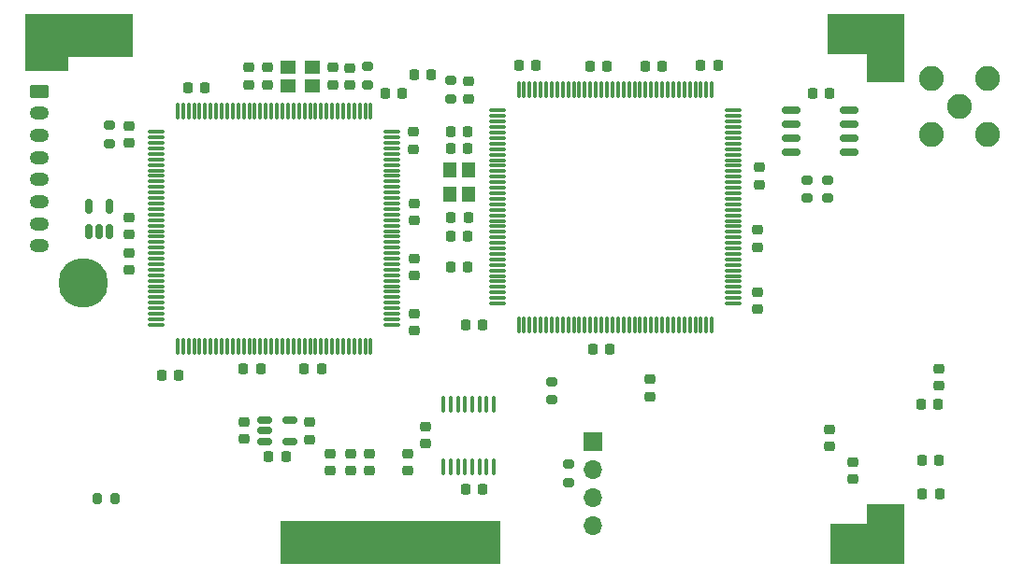
<source format=gbr>
%TF.GenerationSoftware,KiCad,Pcbnew,(6.0.1)*%
%TF.CreationDate,2022-01-18T02:16:12+08:00*%
%TF.ProjectId,project,70726f6a-6563-4742-9e6b-696361645f70,1.2.2*%
%TF.SameCoordinates,Original*%
%TF.FileFunction,Soldermask,Bot*%
%TF.FilePolarity,Negative*%
%FSLAX46Y46*%
G04 Gerber Fmt 4.6, Leading zero omitted, Abs format (unit mm)*
G04 Created by KiCad (PCBNEW (6.0.1)) date 2022-01-18 02:16:12*
%MOMM*%
%LPD*%
G01*
G04 APERTURE LIST*
G04 Aperture macros list*
%AMRoundRect*
0 Rectangle with rounded corners*
0 $1 Rounding radius*
0 $2 $3 $4 $5 $6 $7 $8 $9 X,Y pos of 4 corners*
0 Add a 4 corners polygon primitive as box body*
4,1,4,$2,$3,$4,$5,$6,$7,$8,$9,$2,$3,0*
0 Add four circle primitives for the rounded corners*
1,1,$1+$1,$2,$3*
1,1,$1+$1,$4,$5*
1,1,$1+$1,$6,$7*
1,1,$1+$1,$8,$9*
0 Add four rect primitives between the rounded corners*
20,1,$1+$1,$2,$3,$4,$5,0*
20,1,$1+$1,$4,$5,$6,$7,0*
20,1,$1+$1,$6,$7,$8,$9,0*
20,1,$1+$1,$8,$9,$2,$3,0*%
G04 Aperture macros list end*
%ADD10C,0.100000*%
%ADD11C,4.500000*%
%ADD12RoundRect,0.250000X-0.625000X0.350000X-0.625000X-0.350000X0.625000X-0.350000X0.625000X0.350000X0*%
%ADD13O,1.750000X1.200000*%
%ADD14R,1.700000X1.700000*%
%ADD15O,1.700000X1.700000*%
%ADD16C,2.250000*%
%ADD17RoundRect,0.200000X-0.200000X-0.275000X0.200000X-0.275000X0.200000X0.275000X-0.200000X0.275000X0*%
%ADD18RoundRect,0.225000X-0.250000X0.225000X-0.250000X-0.225000X0.250000X-0.225000X0.250000X0.225000X0*%
%ADD19RoundRect,0.225000X0.250000X-0.225000X0.250000X0.225000X-0.250000X0.225000X-0.250000X-0.225000X0*%
%ADD20RoundRect,0.225000X0.225000X0.250000X-0.225000X0.250000X-0.225000X-0.250000X0.225000X-0.250000X0*%
%ADD21RoundRect,0.225000X-0.225000X-0.250000X0.225000X-0.250000X0.225000X0.250000X-0.225000X0.250000X0*%
%ADD22RoundRect,0.150000X0.675000X0.150000X-0.675000X0.150000X-0.675000X-0.150000X0.675000X-0.150000X0*%
%ADD23RoundRect,0.200000X0.275000X-0.200000X0.275000X0.200000X-0.275000X0.200000X-0.275000X-0.200000X0*%
%ADD24RoundRect,0.150000X-0.512500X-0.150000X0.512500X-0.150000X0.512500X0.150000X-0.512500X0.150000X0*%
%ADD25RoundRect,0.150000X0.150000X-0.512500X0.150000X0.512500X-0.150000X0.512500X-0.150000X-0.512500X0*%
%ADD26RoundRect,0.075000X-0.662500X-0.075000X0.662500X-0.075000X0.662500X0.075000X-0.662500X0.075000X0*%
%ADD27RoundRect,0.075000X-0.075000X-0.662500X0.075000X-0.662500X0.075000X0.662500X-0.075000X0.662500X0*%
%ADD28RoundRect,0.075000X-0.075000X0.662500X-0.075000X-0.662500X0.075000X-0.662500X0.075000X0.662500X0*%
%ADD29RoundRect,0.075000X-0.662500X0.075000X-0.662500X-0.075000X0.662500X-0.075000X0.662500X0.075000X0*%
%ADD30RoundRect,0.200000X-0.275000X0.200000X-0.275000X-0.200000X0.275000X-0.200000X0.275000X0.200000X0*%
%ADD31RoundRect,0.100000X0.100000X-0.637500X0.100000X0.637500X-0.100000X0.637500X-0.100000X-0.637500X0*%
%ADD32R,1.400000X1.200000*%
%ADD33R,1.200000X1.400000*%
G04 APERTURE END LIST*
D10*
X14634000Y45929800D02*
X8792000Y45929800D01*
X8792000Y45929800D02*
X8792000Y44659800D01*
X8792000Y44659800D02*
X4982000Y44659800D01*
X4982000Y44659800D02*
X4982000Y49739800D01*
X4982000Y49739800D02*
X14634000Y49739800D01*
X14634000Y49739800D02*
X14634000Y45929800D01*
G36*
X14634000Y45929800D02*
G01*
X8792000Y45929800D01*
X8792000Y44659800D01*
X4982000Y44659800D01*
X4982000Y49739800D01*
X14634000Y49739800D01*
X14634000Y45929800D01*
G37*
X14634000Y45929800D02*
X8792000Y45929800D01*
X8792000Y44659800D01*
X4982000Y44659800D01*
X4982000Y49739800D01*
X14634000Y49739800D01*
X14634000Y45929800D01*
X84484000Y43643800D02*
X81182000Y43643800D01*
X81182000Y43643800D02*
X81182000Y46183800D01*
X81182000Y46183800D02*
X77626000Y46183800D01*
X77626000Y46183800D02*
X77626000Y49739800D01*
X77626000Y49739800D02*
X84484000Y49739800D01*
X84484000Y49739800D02*
X84484000Y43643800D01*
G36*
X84484000Y43643800D02*
G01*
X81182000Y43643800D01*
X81182000Y46183800D01*
X77626000Y46183800D01*
X77626000Y49739800D01*
X84484000Y49739800D01*
X84484000Y43643800D01*
G37*
X84484000Y43643800D02*
X81182000Y43643800D01*
X81182000Y46183800D01*
X77626000Y46183800D01*
X77626000Y49739800D01*
X84484000Y49739800D01*
X84484000Y43643800D01*
X84484000Y-44200D02*
X77880000Y-44200D01*
X77880000Y-44200D02*
X77880000Y3511800D01*
X77880000Y3511800D02*
X81182000Y3511800D01*
X81182000Y3511800D02*
X81182000Y5289800D01*
X81182000Y5289800D02*
X84484000Y5289800D01*
X84484000Y5289800D02*
X84484000Y-44200D01*
G36*
X84484000Y-44200D02*
G01*
X77880000Y-44200D01*
X77880000Y3511800D01*
X81182000Y3511800D01*
X81182000Y5289800D01*
X84484000Y5289800D01*
X84484000Y-44200D01*
G37*
X84484000Y-44200D02*
X77880000Y-44200D01*
X77880000Y3511800D01*
X81182000Y3511800D01*
X81182000Y5289800D01*
X84484000Y5289800D01*
X84484000Y-44200D01*
X47908000Y-44200D02*
X28096000Y-44200D01*
X28096000Y-44200D02*
X28096000Y3765800D01*
X28096000Y3765800D02*
X47908000Y3765800D01*
X47908000Y3765800D02*
X47908000Y-44200D01*
G36*
X47908000Y-44200D02*
G01*
X28096000Y-44200D01*
X28096000Y3765800D01*
X47908000Y3765800D01*
X47908000Y-44200D01*
G37*
X47908000Y-44200D02*
X28096000Y-44200D01*
X28096000Y3765800D01*
X47908000Y3765800D01*
X47908000Y-44200D01*
D11*
%TO.C,M1*%
X10297200Y25298400D03*
%TD*%
D12*
%TO.C,J2*%
X6314400Y42697400D03*
D13*
X6314400Y40697400D03*
X6314400Y38697400D03*
X6314400Y36697400D03*
X6314400Y34697400D03*
X6314400Y32697400D03*
X6314400Y30697400D03*
X6314400Y28697400D03*
%TD*%
D14*
%TO.C,U4*%
X56373600Y10895400D03*
D15*
X56373600Y8355400D03*
X56373600Y5815400D03*
X56373600Y3275400D03*
%TD*%
D16*
%TO.C,J1*%
X89614800Y41361600D03*
X92154800Y43901600D03*
X87074800Y43901600D03*
X92154800Y38821600D03*
X87074800Y38821600D03*
%TD*%
D17*
%TO.C,R7*%
X11523000Y5801600D03*
X13173000Y5801600D03*
%TD*%
D18*
%TO.C,C12*%
X71301400Y30122400D03*
X71301400Y28572400D03*
%TD*%
%TO.C,C65*%
X14410900Y28026600D03*
X14410900Y26476600D03*
%TD*%
D19*
%TO.C,C19*%
X77854600Y10487600D03*
X77854600Y12037600D03*
%TD*%
D20*
%TO.C,C11*%
X67707600Y45019200D03*
X66157600Y45019200D03*
%TD*%
%TO.C,C32*%
X45076200Y37551600D03*
X43526200Y37551600D03*
%TD*%
D21*
%TO.C,C24*%
X86223600Y6208000D03*
X87773600Y6208000D03*
%TD*%
D22*
%TO.C,U14*%
X79565200Y41031400D03*
X79565200Y39761400D03*
X79565200Y38491400D03*
X79565200Y37221400D03*
X74315200Y37221400D03*
X74315200Y38491400D03*
X74315200Y39761400D03*
X74315200Y41031400D03*
%TD*%
D20*
%TO.C,C48*%
X62703800Y44968400D03*
X61153800Y44968400D03*
%TD*%
D23*
%TO.C,R1*%
X52708600Y14718000D03*
X52708600Y16368000D03*
%TD*%
D20*
%TO.C,C50*%
X46447800Y6639800D03*
X44897800Y6639800D03*
%TD*%
D19*
%TO.C,C55*%
X25225800Y43304400D03*
X25225800Y44854400D03*
%TD*%
%TO.C,C9*%
X71301400Y22933600D03*
X71301400Y24483600D03*
%TD*%
D24*
%TO.C,U9*%
X26679100Y10973000D03*
X26679100Y11923000D03*
X26679100Y12873000D03*
X28954100Y12873000D03*
X28954100Y10973000D03*
%TD*%
D19*
%TO.C,C54*%
X32837934Y43304200D03*
X32837934Y44854200D03*
%TD*%
D18*
%TO.C,C57*%
X14410900Y31277800D03*
X14410900Y29727800D03*
%TD*%
D25*
%TO.C,U10*%
X12637600Y30013300D03*
X11687600Y30013300D03*
X10737600Y30013300D03*
X10737600Y32288300D03*
X12637600Y32288300D03*
%TD*%
D21*
%TO.C,C30*%
X56404000Y19289000D03*
X57954000Y19289000D03*
%TD*%
D26*
%TO.C,U8*%
X47761100Y23455666D03*
X47761100Y23955666D03*
X47761100Y24455666D03*
X47761100Y24955666D03*
X47761100Y25455666D03*
X47761100Y25955666D03*
X47761100Y26455666D03*
X47761100Y26955666D03*
X47761100Y27455666D03*
X47761100Y27955666D03*
X47761100Y28455666D03*
X47761100Y28955666D03*
X47761100Y29455666D03*
X47761100Y29955666D03*
X47761100Y30455666D03*
X47761100Y30955666D03*
X47761100Y31455666D03*
X47761100Y31955666D03*
X47761100Y32455666D03*
X47761100Y32955666D03*
X47761100Y33455666D03*
X47761100Y33955666D03*
X47761100Y34455666D03*
X47761100Y34955666D03*
X47761100Y35455666D03*
X47761100Y35955666D03*
X47761100Y36455666D03*
X47761100Y36955666D03*
X47761100Y37455666D03*
X47761100Y37955666D03*
X47761100Y38455666D03*
X47761100Y38955666D03*
X47761100Y39455666D03*
X47761100Y39955666D03*
X47761100Y40455666D03*
X47761100Y40955666D03*
D27*
X49673600Y42868166D03*
X50173600Y42868166D03*
X50673600Y42868166D03*
X51173600Y42868166D03*
X51673600Y42868166D03*
X52173600Y42868166D03*
X52673600Y42868166D03*
X53173600Y42868166D03*
X53673600Y42868166D03*
X54173600Y42868166D03*
X54673600Y42868166D03*
X55173600Y42868166D03*
X55673600Y42868166D03*
X56173600Y42868166D03*
X56673600Y42868166D03*
X57173600Y42868166D03*
X57673600Y42868166D03*
X58173600Y42868166D03*
X58673600Y42868166D03*
X59173600Y42868166D03*
X59673600Y42868166D03*
X60173600Y42868166D03*
X60673600Y42868166D03*
X61173600Y42868166D03*
X61673600Y42868166D03*
X62173600Y42868166D03*
X62673600Y42868166D03*
X63173600Y42868166D03*
X63673600Y42868166D03*
X64173600Y42868166D03*
X64673600Y42868166D03*
X65173600Y42868166D03*
X65673600Y42868166D03*
X66173600Y42868166D03*
X66673600Y42868166D03*
X67173600Y42868166D03*
D26*
X69086100Y40955666D03*
X69086100Y40455666D03*
X69086100Y39955666D03*
X69086100Y39455666D03*
X69086100Y38955666D03*
X69086100Y38455666D03*
X69086100Y37955666D03*
X69086100Y37455666D03*
X69086100Y36955666D03*
X69086100Y36455666D03*
X69086100Y35955666D03*
X69086100Y35455666D03*
X69086100Y34955666D03*
X69086100Y34455666D03*
X69086100Y33955666D03*
X69086100Y33455666D03*
X69086100Y32955666D03*
X69086100Y32455666D03*
X69086100Y31955666D03*
X69086100Y31455666D03*
X69086100Y30955666D03*
X69086100Y30455666D03*
X69086100Y29955666D03*
X69086100Y29455666D03*
X69086100Y28955666D03*
X69086100Y28455666D03*
X69086100Y27955666D03*
X69086100Y27455666D03*
X69086100Y26955666D03*
X69086100Y26455666D03*
X69086100Y25955666D03*
X69086100Y25455666D03*
X69086100Y24955666D03*
X69086100Y24455666D03*
X69086100Y23955666D03*
X69086100Y23455666D03*
D27*
X67173600Y21543166D03*
X66673600Y21543166D03*
X66173600Y21543166D03*
X65673600Y21543166D03*
X65173600Y21543166D03*
X64673600Y21543166D03*
X64173600Y21543166D03*
X63673600Y21543166D03*
X63173600Y21543166D03*
X62673600Y21543166D03*
X62173600Y21543166D03*
X61673600Y21543166D03*
X61173600Y21543166D03*
X60673600Y21543166D03*
X60173600Y21543166D03*
X59673600Y21543166D03*
X59173600Y21543166D03*
X58673600Y21543166D03*
X58173600Y21543166D03*
X57673600Y21543166D03*
X57173600Y21543166D03*
X56673600Y21543166D03*
X56173600Y21543166D03*
X55673600Y21543166D03*
X55173600Y21543166D03*
X54673600Y21543166D03*
X54173600Y21543166D03*
X53673600Y21543166D03*
X53173600Y21543166D03*
X52673600Y21543166D03*
X52173600Y21543166D03*
X51673600Y21543166D03*
X51173600Y21543166D03*
X50673600Y21543166D03*
X50173600Y21543166D03*
X49673600Y21543166D03*
%TD*%
D21*
%TO.C,C58*%
X17364200Y16952200D03*
X18914200Y16952200D03*
%TD*%
%TO.C,C69*%
X76292200Y42530000D03*
X77842200Y42530000D03*
%TD*%
%TO.C,C5*%
X24761100Y17548800D03*
X26311100Y17548800D03*
%TD*%
D18*
%TO.C,C7*%
X61547800Y16571200D03*
X61547800Y15021200D03*
%TD*%
%TO.C,C59*%
X26945134Y44854200D03*
X26945134Y43304200D03*
%TD*%
D21*
%TO.C,C25*%
X86122000Y14310600D03*
X87672000Y14310600D03*
%TD*%
D19*
%TO.C,C67*%
X24819400Y11198800D03*
X24819400Y12748800D03*
%TD*%
D23*
%TO.C,R9*%
X75771800Y32992800D03*
X75771800Y34642800D03*
%TD*%
D20*
%TO.C,C41*%
X57700000Y44993800D03*
X56150000Y44993800D03*
%TD*%
D21*
%TO.C,C4*%
X30272900Y17548800D03*
X31822900Y17548800D03*
%TD*%
D28*
%TO.C,U11*%
X18792700Y40936700D03*
X19292700Y40936700D03*
X19792700Y40936700D03*
X20292700Y40936700D03*
X20792700Y40936700D03*
X21292700Y40936700D03*
X21792700Y40936700D03*
X22292700Y40936700D03*
X22792700Y40936700D03*
X23292700Y40936700D03*
X23792700Y40936700D03*
X24292700Y40936700D03*
X24792700Y40936700D03*
X25292700Y40936700D03*
X25792700Y40936700D03*
X26292700Y40936700D03*
X26792700Y40936700D03*
X27292700Y40936700D03*
X27792700Y40936700D03*
X28292700Y40936700D03*
X28792700Y40936700D03*
X29292700Y40936700D03*
X29792700Y40936700D03*
X30292700Y40936700D03*
X30792700Y40936700D03*
X31292700Y40936700D03*
X31792700Y40936700D03*
X32292700Y40936700D03*
X32792700Y40936700D03*
X33292700Y40936700D03*
X33792700Y40936700D03*
X34292700Y40936700D03*
X34792700Y40936700D03*
X35292700Y40936700D03*
X35792700Y40936700D03*
X36292700Y40936700D03*
D29*
X38205200Y39024200D03*
X38205200Y38524200D03*
X38205200Y38024200D03*
X38205200Y37524200D03*
X38205200Y37024200D03*
X38205200Y36524200D03*
X38205200Y36024200D03*
X38205200Y35524200D03*
X38205200Y35024200D03*
X38205200Y34524200D03*
X38205200Y34024200D03*
X38205200Y33524200D03*
X38205200Y33024200D03*
X38205200Y32524200D03*
X38205200Y32024200D03*
X38205200Y31524200D03*
X38205200Y31024200D03*
X38205200Y30524200D03*
X38205200Y30024200D03*
X38205200Y29524200D03*
X38205200Y29024200D03*
X38205200Y28524200D03*
X38205200Y28024200D03*
X38205200Y27524200D03*
X38205200Y27024200D03*
X38205200Y26524200D03*
X38205200Y26024200D03*
X38205200Y25524200D03*
X38205200Y25024200D03*
X38205200Y24524200D03*
X38205200Y24024200D03*
X38205200Y23524200D03*
X38205200Y23024200D03*
X38205200Y22524200D03*
X38205200Y22024200D03*
X38205200Y21524200D03*
D28*
X36292700Y19611700D03*
X35792700Y19611700D03*
X35292700Y19611700D03*
X34792700Y19611700D03*
X34292700Y19611700D03*
X33792700Y19611700D03*
X33292700Y19611700D03*
X32792700Y19611700D03*
X32292700Y19611700D03*
X31792700Y19611700D03*
X31292700Y19611700D03*
X30792700Y19611700D03*
X30292700Y19611700D03*
X29792700Y19611700D03*
X29292700Y19611700D03*
X28792700Y19611700D03*
X28292700Y19611700D03*
X27792700Y19611700D03*
X27292700Y19611700D03*
X26792700Y19611700D03*
X26292700Y19611700D03*
X25792700Y19611700D03*
X25292700Y19611700D03*
X24792700Y19611700D03*
X24292700Y19611700D03*
X23792700Y19611700D03*
X23292700Y19611700D03*
X22792700Y19611700D03*
X22292700Y19611700D03*
X21792700Y19611700D03*
X21292700Y19611700D03*
X20792700Y19611700D03*
X20292700Y19611700D03*
X19792700Y19611700D03*
X19292700Y19611700D03*
X18792700Y19611700D03*
D29*
X16880200Y21524200D03*
X16880200Y22024200D03*
X16880200Y22524200D03*
X16880200Y23024200D03*
X16880200Y23524200D03*
X16880200Y24024200D03*
X16880200Y24524200D03*
X16880200Y25024200D03*
X16880200Y25524200D03*
X16880200Y26024200D03*
X16880200Y26524200D03*
X16880200Y27024200D03*
X16880200Y27524200D03*
X16880200Y28024200D03*
X16880200Y28524200D03*
X16880200Y29024200D03*
X16880200Y29524200D03*
X16880200Y30024200D03*
X16880200Y30524200D03*
X16880200Y31024200D03*
X16880200Y31524200D03*
X16880200Y32024200D03*
X16880200Y32524200D03*
X16880200Y33024200D03*
X16880200Y33524200D03*
X16880200Y34024200D03*
X16880200Y34524200D03*
X16880200Y35024200D03*
X16880200Y35524200D03*
X16880200Y36024200D03*
X16880200Y36524200D03*
X16880200Y37024200D03*
X16880200Y37524200D03*
X16880200Y38024200D03*
X16880200Y38524200D03*
X16880200Y39024200D03*
%TD*%
D19*
%TO.C,C28*%
X87735200Y15999400D03*
X87735200Y17549400D03*
%TD*%
D18*
%TO.C,C34*%
X34446000Y9853200D03*
X34446000Y8303200D03*
%TD*%
D21*
%TO.C,C61*%
X37582600Y42479200D03*
X39132600Y42479200D03*
%TD*%
D19*
%TO.C,C8*%
X71453800Y34236600D03*
X71453800Y35786600D03*
%TD*%
D20*
%TO.C,C10*%
X46422400Y21524200D03*
X44872400Y21524200D03*
%TD*%
%TO.C,C27*%
X45076200Y39075600D03*
X43526200Y39075600D03*
%TD*%
%TO.C,C36*%
X51223000Y45095400D03*
X49673000Y45095400D03*
%TD*%
%TO.C,C43*%
X28591600Y9560800D03*
X27041600Y9560800D03*
%TD*%
D30*
%TO.C,R8*%
X54207200Y8887200D03*
X54207200Y7237200D03*
%TD*%
D20*
%TO.C,C44*%
X45076200Y26756600D03*
X43526200Y26756600D03*
%TD*%
D19*
%TO.C,C40*%
X30737600Y11122600D03*
X30737600Y12672600D03*
%TD*%
D18*
%TO.C,C51*%
X41227800Y12317000D03*
X41227800Y10767000D03*
%TD*%
D31*
%TO.C,U2*%
X47439800Y8628700D03*
X46789800Y8628700D03*
X46139800Y8628700D03*
X45489800Y8628700D03*
X44839800Y8628700D03*
X44189800Y8628700D03*
X43539800Y8628700D03*
X42889800Y8628700D03*
X42889800Y14353700D03*
X43539800Y14353700D03*
X44189800Y14353700D03*
X44839800Y14353700D03*
X45489800Y14353700D03*
X46139800Y14353700D03*
X46789800Y14353700D03*
X47439800Y14353700D03*
%TD*%
D32*
%TO.C,Y2*%
X30974000Y43204000D03*
X28774000Y43204000D03*
X28774000Y44904000D03*
X30974000Y44904000D03*
%TD*%
D18*
%TO.C,C35*%
X36173200Y9866200D03*
X36173200Y8316200D03*
%TD*%
D21*
%TO.C,C37*%
X43551600Y31248266D03*
X45101600Y31248266D03*
%TD*%
D18*
%TO.C,C56*%
X14410900Y39558200D03*
X14410900Y38008200D03*
%TD*%
D19*
%TO.C,C1*%
X40242700Y21015600D03*
X40242700Y22565600D03*
%TD*%
%TO.C,C66*%
X40135600Y37462400D03*
X40135600Y39012400D03*
%TD*%
D18*
%TO.C,C31*%
X39678400Y9865600D03*
X39678400Y8315600D03*
%TD*%
%TO.C,C39*%
X32642600Y9853200D03*
X32642600Y8303200D03*
%TD*%
D21*
%TO.C,C29*%
X86210600Y9256000D03*
X87760600Y9256000D03*
%TD*%
D33*
%TO.C,Y1*%
X45151200Y35548666D03*
X45151200Y33348666D03*
X43451200Y33348666D03*
X43451200Y35548666D03*
%TD*%
D19*
%TO.C,C42*%
X45114000Y42047400D03*
X45114000Y43597400D03*
%TD*%
D20*
%TO.C,C33*%
X41748800Y44206400D03*
X40198800Y44206400D03*
%TD*%
D18*
%TO.C,C20*%
X79962800Y9091200D03*
X79962800Y7541200D03*
%TD*%
D30*
%TO.C,R4*%
X12652800Y39621200D03*
X12652800Y37971200D03*
%TD*%
D19*
%TO.C,C60*%
X40242700Y25994000D03*
X40242700Y27544000D03*
%TD*%
D23*
%TO.C,R10*%
X77676800Y32992800D03*
X77676800Y34642800D03*
%TD*%
D19*
%TO.C,C53*%
X40242700Y30997800D03*
X40242700Y32547800D03*
%TD*%
D20*
%TO.C,C3*%
X21281900Y42987200D03*
X19731900Y42987200D03*
%TD*%
D30*
%TO.C,R3*%
X43513800Y43685200D03*
X43513800Y42035200D03*
%TD*%
D20*
%TO.C,C38*%
X45076200Y29525200D03*
X43526200Y29525200D03*
%TD*%
D30*
%TO.C,R6*%
X35977800Y44943400D03*
X35977800Y43293400D03*
%TD*%
D19*
%TO.C,C64*%
X34428400Y43292600D03*
X34428400Y44842600D03*
%TD*%
M02*

</source>
